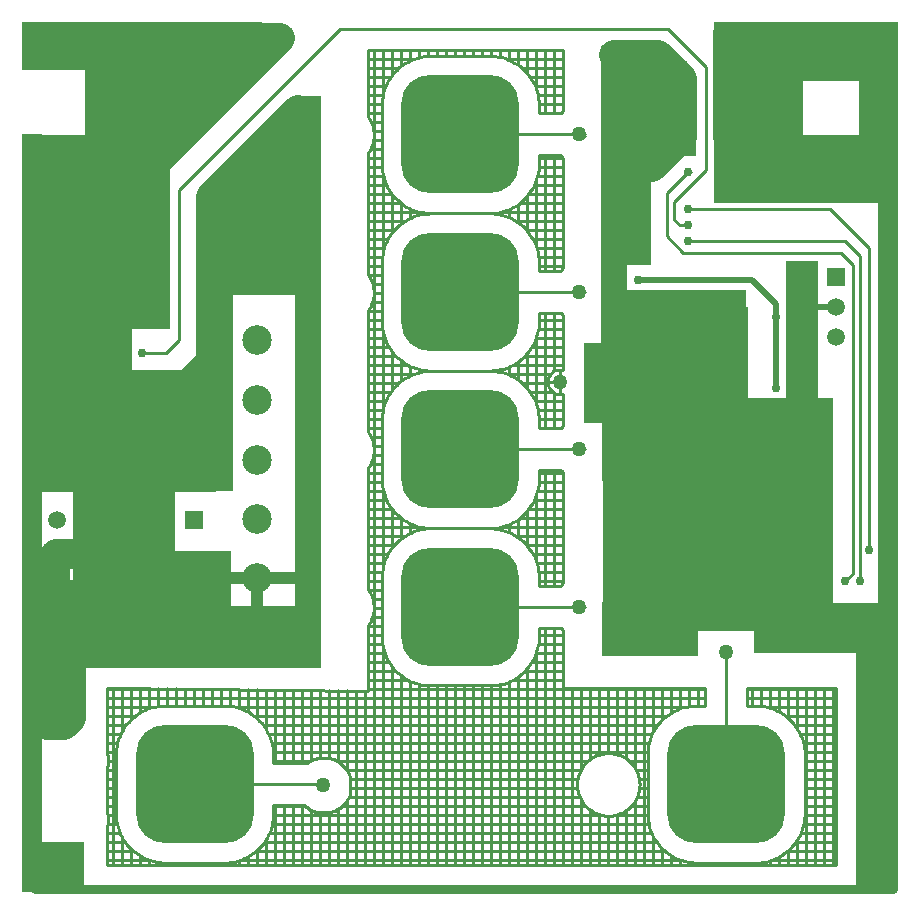
<source format=gbl>
%FSLAX24Y24*%
%MOIN*%
%SFA1B1*%

%IPPOS*%
%AMD36*
4,1,8,0.098400,0.196800,-0.098400,0.196800,-0.196800,0.098400,-0.196800,-0.098400,-0.098400,-0.196800,0.098400,-0.196800,0.196800,-0.098400,0.196800,0.098400,0.098400,0.196800,0.0*
1,1,0.196800,0.098400,0.098400*
1,1,0.196800,-0.098400,0.098400*
1,1,0.196800,-0.098400,-0.098400*
1,1,0.196800,0.098400,-0.098400*
%
%ADD20C,0.059100*%
%ADD21C,0.030000*%
%ADD22C,0.010000*%
%ADD23C,0.020000*%
%ADD25C,0.039400*%
%ADD31R,0.059100X0.059100*%
%ADD32C,0.098400*%
%ADD33R,0.059100X0.059100*%
%ADD34C,0.050000*%
%ADD35C,0.030000*%
G04~CAMADD=36~8~0.0~0.0~3937.0~3937.0~984.0~0.0~15~0.0~0.0~0.0~0.0~0~0.0~0.0~0.0~0.0~0~0.0~0.0~0.0~0.0~3937.0~3937.0*
%ADD36D36*%
%ADD37C,0.100000*%
%ADD38R,0.320000X0.180000*%
%ADD39R,0.165000X0.165000*%
%ADD40R,0.245000X0.215000*%
%ADD41R,0.350000X0.190000*%
%ADD42R,0.430000X0.650000*%
%ADD43R,0.070000X2.525000*%
%ADD44R,0.340000X0.425000*%
%ADD45R,0.500000X0.410000*%
%ADD46R,0.925000X0.210000*%
%ADD47R,0.090000X1.910000*%
%ADD48R,0.190000X0.410000*%
%ADD49R,0.110000X0.695000*%
%ADD50R,0.435000X0.085000*%
%ADD51R,0.800000X0.160000*%
%ADD52R,0.065000X0.100000*%
%ADD53R,0.150000X0.250000*%
%ADD54R,0.130000X0.340000*%
%ADD55R,0.150000X0.400000*%
%ADD56R,0.085000X0.900000*%
%ADD57R,0.770000X0.545000*%
%ADD58R,0.360000X0.360000*%
%ADD59R,0.139700X0.956100*%
%ADD60R,0.615000X0.225000*%
%ADD61R,0.049900X0.153500*%
%ADD62R,0.455000X0.380000*%
%ADD63R,0.450000X0.140000*%
%ADD64R,0.110000X0.585000*%
%ADD65R,0.260700X0.165400*%
%ADD66R,0.145000X0.115000*%
%ADD67R,0.065000X2.845000*%
%ADD68R,0.080000X0.095000*%
%ADD69R,0.455000X0.170000*%
%ADD70R,0.485000X0.580000*%
%ADD71R,0.125000X0.270000*%
%ADD72R,0.300000X0.355000*%
%ADD73R,0.615000X0.080000*%
%ADD74R,0.300000X0.370000*%
%ADD75R,0.345000X0.155000*%
%ADD76R,0.100000X0.280000*%
%ADD77R,0.365000X0.290000*%
%ADD78R,0.190000X0.145000*%
%LNde-250624-1*%
%LPD*%
G54D20*
X37300Y28850D03*
Y29850D03*
X11307Y22750D03*
G54D21*
X10600Y10450D02*
X39200D01*
X16600Y33550D02*
X18500D01*
G54D22*
X28200Y36365D02*
D01*
X28164Y36336*
X28130Y36306*
X28125Y36300*
Y34881D02*
D01*
X28158Y34850*
X28193Y34821*
X28200Y34816*
Y31124D02*
D01*
X28164Y31095*
X28130Y31065*
X28125Y31060*
Y29640D02*
D01*
X28158Y29609*
X28193Y29580*
X28200Y29576*
X27975Y27750D02*
D01*
X27964Y27749*
X27954Y27748*
X27943Y27746*
X27933Y27744*
X27923Y27740*
X27913Y27737*
X27904Y27732*
X27895Y27727*
X27886Y27721*
X27878Y27714*
X27870Y27707*
X27869Y27706*
X28125Y24390D02*
D01*
X28158Y24359*
X28193Y24330*
X28200Y24326*
Y25874D02*
D01*
X28164Y25845*
X28130Y25815*
X28125Y25810*
X25748Y32972D02*
D01*
X25861Y32975*
X25975Y32987*
X26087Y33007*
X26198Y33035*
X26306Y33070*
X26412Y33113*
X26515Y33163*
X26613Y33220*
X26708Y33284*
X26798Y33354*
X26883Y33430*
X26962Y33512*
X27035Y33600*
X27102Y33692*
X27163Y33789*
X27216Y33889*
X27263Y33993*
X27302Y34101*
X27333Y34210*
X27357Y34322*
X27373Y34435*
X27381Y34548*
X27382Y34606*
Y36575D02*
D01*
X27378Y36688*
X27366Y36802*
X27346Y36914*
X27318Y37025*
X27283Y37133*
X27240Y37239*
X27190Y37342*
X27133Y37440*
X27069Y37535*
X26999Y37625*
X26923Y37710*
X26841Y37789*
X26753Y37862*
X26661Y37929*
X26565Y37990*
X26464Y38043*
X26360Y38090*
X26252Y38129*
X26143Y38160*
X26031Y38184*
X25918Y38200*
X25805Y38208*
X25748Y38209*
X27382Y31325D02*
D01*
X27378Y31438*
X27366Y31552*
X27346Y31664*
X27318Y31775*
X27283Y31883*
X27240Y31989*
X27190Y32092*
X27133Y32190*
X27069Y32285*
X26999Y32375*
X26923Y32460*
X26841Y32539*
X26753Y32612*
X26661Y32679*
X26565Y32740*
X26464Y32793*
X26360Y32840*
X26252Y32879*
X26143Y32910*
X26031Y32934*
X25918Y32950*
X25805Y32958*
X25748Y32960*
X27744Y27581D02*
D01*
X27736Y27573*
X27730Y27565*
X27724Y27556*
X27718Y27547*
X27714Y27538*
X27710Y27528*
X27706Y27518*
X27703Y27508*
X27701Y27498*
X27700Y27488*
X27700Y27477*
X27700Y27475*
Y27225D02*
D01*
X27700Y27214*
X27701Y27204*
X27703Y27193*
X27705Y27183*
X27709Y27173*
X27712Y27163*
X27717Y27154*
X27722Y27145*
X27728Y27136*
X27735Y27128*
X27742Y27120*
X27744Y27119*
X27869Y26994D02*
D01*
X27876Y26986*
X27884Y26980*
X27893Y26974*
X27902Y26968*
X27911Y26964*
X27921Y26960*
X27931Y26956*
X27941Y26953*
X27951Y26951*
X27961Y26950*
X27972Y26950*
X27975Y26950*
X25748Y27723D02*
D01*
X25861Y27726*
X25975Y27738*
X26087Y27758*
X26198Y27786*
X26306Y27821*
X26412Y27864*
X26515Y27914*
X26613Y27971*
X26708Y28035*
X26798Y28105*
X26883Y28181*
X26962Y28263*
X27035Y28351*
X27102Y28443*
X27163Y28540*
X27216Y28640*
X27263Y28744*
X27302Y28852*
X27333Y28961*
X27357Y29073*
X27373Y29186*
X27381Y29299*
X27382Y29357*
X25748Y22473D02*
D01*
X25861Y22476*
X25975Y22488*
X26087Y22508*
X26198Y22536*
X26306Y22571*
X26412Y22614*
X26515Y22664*
X26613Y22721*
X26708Y22785*
X26798Y22855*
X26883Y22931*
X26962Y23013*
X27035Y23101*
X27102Y23193*
X27163Y23290*
X27216Y23390*
X27263Y23494*
X27302Y23602*
X27333Y23711*
X27357Y23823*
X27373Y23936*
X27381Y24049*
X27382Y24108*
Y26076D02*
D01*
X27378Y26189*
X27366Y26303*
X27346Y26415*
X27318Y26526*
X27283Y26634*
X27240Y26740*
X27190Y26843*
X27133Y26941*
X27069Y27036*
X26999Y27126*
X26923Y27211*
X26841Y27290*
X26753Y27363*
X26661Y27430*
X26565Y27491*
X26464Y27544*
X26360Y27591*
X26252Y27630*
X26143Y27661*
X26031Y27685*
X25918Y27701*
X25805Y27709*
X25748Y27710*
X36241Y14921D02*
D01*
X36237Y15034*
X36225Y15148*
X36205Y15260*
X36177Y15371*
X36142Y15479*
X36099Y15585*
X36049Y15688*
X35992Y15786*
X35928Y15881*
X35858Y15971*
X35782Y16056*
X35700Y16135*
X35612Y16208*
X35520Y16275*
X35424Y16336*
X35323Y16389*
X35219Y16436*
X35111Y16475*
X35002Y16506*
X34890Y16530*
X34777Y16546*
X34664Y16554*
X34606Y16556*
X32638D02*
D01*
X32524Y16552*
X32410Y16540*
X32298Y16520*
X32187Y16492*
X32079Y16457*
X31973Y16414*
X31870Y16364*
X31772Y16307*
X31677Y16243*
X31587Y16173*
X31502Y16097*
X31423Y16015*
X31350Y15927*
X31283Y15835*
X31222Y15738*
X31169Y15638*
X31122Y15534*
X31083Y15426*
X31052Y15317*
X31028Y15205*
X31012Y15092*
X31004Y14979*
X31004Y14921*
X34606Y11319D02*
D01*
X34719Y11322*
X34833Y11334*
X34945Y11354*
X35056Y11382*
X35164Y11417*
X35270Y11460*
X35373Y11510*
X35471Y11567*
X35566Y11631*
X35656Y11701*
X35741Y11777*
X35820Y11859*
X35893Y11947*
X35960Y12039*
X36021Y12136*
X36074Y12236*
X36121Y12340*
X36160Y12448*
X36191Y12557*
X36215Y12669*
X36231Y12782*
X36239Y12895*
X36241Y12953*
X31004D02*
D01*
X31007Y12839*
X31019Y12725*
X31039Y12613*
X31067Y12502*
X31102Y12394*
X31145Y12288*
X31195Y12185*
X31252Y12087*
X31316Y11992*
X31386Y11902*
X31462Y11817*
X31544Y11738*
X31632Y11665*
X31724Y11598*
X31821Y11537*
X31921Y11484*
X32025Y11437*
X32133Y11398*
X32242Y11367*
X32354Y11343*
X32467Y11327*
X32580Y11319*
X32638Y11319*
X28200Y20624D02*
D01*
X28164Y20595*
X28130Y20565*
X28125Y20560*
Y19140D02*
D01*
X28158Y19109*
X28193Y19080*
X28200Y19076*
X25748Y17224D02*
D01*
X25861Y17227*
X25975Y17239*
X26087Y17259*
X26198Y17287*
X26306Y17322*
X26412Y17365*
X26515Y17415*
X26613Y17472*
X26708Y17536*
X26798Y17606*
X26883Y17682*
X26962Y17764*
X27035Y17852*
X27102Y17944*
X27163Y18041*
X27216Y18141*
X27263Y18245*
X27302Y18353*
X27333Y18462*
X27357Y18574*
X27373Y18687*
X27381Y18800*
X27382Y18858*
Y20827D02*
D01*
X27378Y20940*
X27366Y21054*
X27346Y21166*
X27318Y21277*
X27283Y21385*
X27240Y21491*
X27190Y21594*
X27133Y21692*
X27069Y21787*
X26999Y21877*
X26923Y21962*
X26841Y22041*
X26753Y22114*
X26661Y22181*
X26565Y22242*
X26464Y22295*
X26360Y22342*
X26252Y22381*
X26143Y22412*
X26031Y22436*
X25918Y22452*
X25805Y22460*
X25748Y22461*
X30739Y13927D02*
D01*
X30736Y13999*
X30728Y14072*
X30716Y14144*
X30698Y14214*
X30676Y14284*
X30648Y14351*
X30616Y14417*
X30580Y14480*
X30539Y14540*
X30494Y14598*
X30445Y14652*
X30393Y14702*
X30337Y14749*
X30278Y14792*
X30217Y14831*
X30152Y14865*
X30086Y14894*
X30017Y14919*
X29947Y14939*
X29876Y14955*
X29804Y14965*
X29731Y14970*
X29658*
X29585Y14965*
X29513Y14955*
X29442Y14939*
X29372Y14919*
X29303Y14894*
X29237Y14865*
X29173Y14831*
X29111Y14792*
X29052Y14749*
X28996Y14702*
X28944Y14652*
X28895Y14598*
X28850Y14540*
X28809Y14480*
X28773Y14417*
X28741Y14351*
X28713Y14284*
X28691Y14214*
X28673Y14144*
X28661Y14072*
X28653Y13999*
X28651Y13927*
X28653Y13854*
X28661Y13781*
X28673Y13709*
X28691Y13639*
X28713Y13569*
X28741Y13502*
X28773Y13436*
X28809Y13373*
X28850Y13313*
X28895Y13255*
X28944Y13201*
X28996Y13151*
X29052Y13104*
X29111Y13061*
X29173Y13022*
X29237Y12988*
X29303Y12959*
X29372Y12934*
X29442Y12914*
X29513Y12898*
X29585Y12888*
X29658Y12883*
X29731*
X29804Y12888*
X29876Y12898*
X29947Y12914*
X30017Y12934*
X30086Y12959*
X30152Y12988*
X30217Y13022*
X30278Y13061*
X30337Y13104*
X30393Y13151*
X30445Y13201*
X30494Y13255*
X30539Y13313*
X30580Y13373*
X30616Y13436*
X30648Y13502*
X30676Y13569*
X30698Y13639*
X30716Y13709*
X30728Y13781*
X30736Y13854*
X30739Y13927*
X23780Y38209D02*
D01*
X23666Y38205*
X23552Y38193*
X23440Y38173*
X23329Y38145*
X23221Y38110*
X23115Y38067*
X23012Y38017*
X22914Y37960*
X22819Y37896*
X22729Y37826*
X22644Y37750*
X22565Y37668*
X22492Y37580*
X22425Y37488*
X22364Y37392*
X22311Y37291*
X22264Y37187*
X22225Y37079*
X22194Y36970*
X22170Y36858*
X22154Y36745*
X22146Y36632*
X22145Y36575*
Y34606D02*
D01*
X22148Y34492*
X22160Y34378*
X22180Y34266*
X22208Y34155*
X22243Y34047*
X22286Y33941*
X22336Y33838*
X22393Y33740*
X22457Y33645*
X22527Y33555*
X22603Y33470*
X22685Y33391*
X22773Y33318*
X22865Y33251*
X22962Y33190*
X23062Y33137*
X23166Y33090*
X23274Y33051*
X23383Y33020*
X23495Y32996*
X23608Y32980*
X23721Y32972*
X23780Y32972*
X22145Y29357D02*
D01*
X22148Y29243*
X22160Y29129*
X22180Y29017*
X22208Y28906*
X22243Y28798*
X22286Y28692*
X22336Y28589*
X22393Y28491*
X22457Y28396*
X22527Y28306*
X22603Y28221*
X22685Y28142*
X22773Y28069*
X22865Y28002*
X22962Y27941*
X23062Y27888*
X23166Y27841*
X23274Y27802*
X23383Y27771*
X23495Y27747*
X23608Y27731*
X23721Y27723*
X23780Y27723*
Y32960D02*
D01*
X23666Y32956*
X23552Y32944*
X23440Y32924*
X23329Y32896*
X23221Y32861*
X23115Y32818*
X23012Y32768*
X22914Y32711*
X22819Y32647*
X22729Y32577*
X22644Y32501*
X22565Y32419*
X22492Y32331*
X22425Y32239*
X22364Y32142*
X22311Y32042*
X22264Y31938*
X22225Y31830*
X22194Y31721*
X22170Y31609*
X22154Y31496*
X22146Y31383*
X22145Y31325*
X23780Y27710D02*
D01*
X23666Y27706*
X23552Y27694*
X23440Y27674*
X23329Y27646*
X23221Y27611*
X23115Y27568*
X23012Y27518*
X22914Y27461*
X22819Y27397*
X22729Y27327*
X22644Y27251*
X22565Y27169*
X22492Y27081*
X22425Y26989*
X22364Y26892*
X22311Y26792*
X22264Y26688*
X22225Y26580*
X22194Y26471*
X22170Y26359*
X22154Y26246*
X22146Y26133*
X22145Y26076*
Y24108D02*
D01*
X22148Y23994*
X22160Y23880*
X22180Y23768*
X22208Y23657*
X22243Y23549*
X22286Y23443*
X22336Y23340*
X22393Y23242*
X22457Y23147*
X22527Y23057*
X22603Y22972*
X22685Y22893*
X22773Y22820*
X22865Y22753*
X22962Y22692*
X23062Y22639*
X23166Y22592*
X23274Y22553*
X23383Y22522*
X23495Y22498*
X23608Y22482*
X23721Y22474*
X23780Y22473*
X22145Y18858D02*
D01*
X22148Y18744*
X22160Y18630*
X22180Y18518*
X22208Y18407*
X22243Y18299*
X22286Y18193*
X22336Y18090*
X22393Y17992*
X22457Y17897*
X22527Y17807*
X22603Y17722*
X22685Y17643*
X22773Y17570*
X22865Y17503*
X22962Y17442*
X23062Y17389*
X23166Y17342*
X23274Y17303*
X23383Y17272*
X23495Y17248*
X23608Y17232*
X23721Y17224*
X23780Y17224*
Y22461D02*
D01*
X23666Y22457*
X23552Y22445*
X23440Y22425*
X23329Y22397*
X23221Y22362*
X23115Y22319*
X23012Y22269*
X22914Y22212*
X22819Y22148*
X22729Y22078*
X22644Y22002*
X22565Y21920*
X22492Y21832*
X22425Y21740*
X22364Y21643*
X22311Y21543*
X22264Y21439*
X22225Y21331*
X22194Y21222*
X22170Y21110*
X22154Y20997*
X22146Y20884*
X22145Y20827*
X21880Y35581D02*
D01*
X21877Y35653*
X21869Y35726*
X21857Y35798*
X21839Y35868*
X21817Y35938*
X21789Y36005*
X21757Y36071*
X21721Y36134*
X21700Y36167*
Y34994D02*
D01*
X21738Y35055*
X21773Y35119*
X21803Y35186*
X21828Y35254*
X21848Y35324*
X21864Y35395*
X21874Y35467*
X21879Y35540*
X21880Y35581*
Y30331D02*
D01*
X21877Y30403*
X21869Y30476*
X21857Y30548*
X21839Y30618*
X21817Y30688*
X21789Y30755*
X21757Y30821*
X21721Y30884*
X21700Y30918*
Y29745D02*
D01*
X21738Y29806*
X21773Y29870*
X21803Y29937*
X21828Y30005*
X21848Y30075*
X21864Y30146*
X21874Y30218*
X21879Y30291*
X21880Y30331*
X21700Y24495D02*
D01*
X21738Y24556*
X21773Y24620*
X21803Y24687*
X21828Y24755*
X21848Y24825*
X21864Y24896*
X21874Y24968*
X21879Y25041*
X21880Y25082*
D01*
X21877Y25154*
X21869Y25227*
X21857Y25299*
X21839Y25369*
X21817Y25439*
X21789Y25506*
X21757Y25572*
X21721Y25635*
X21700Y25668*
Y19246D02*
D01*
X21738Y19307*
X21773Y19371*
X21803Y19438*
X21828Y19506*
X21848Y19576*
X21864Y19647*
X21874Y19719*
X21879Y19792*
X21880Y19833*
D01*
X21877Y19905*
X21869Y19978*
X21857Y20050*
X21839Y20120*
X21817Y20190*
X21789Y20257*
X21757Y20323*
X21721Y20386*
X21700Y20419*
X20785Y14610D02*
D01*
X20751Y14640*
X20716Y14669*
X20679Y14695*
X20640Y14718*
X20599Y14739*
X20558Y14757*
X20515Y14772*
X20471Y14783*
X20426Y14792*
X20381Y14798*
X20336Y14800*
X20325Y14800*
X20075D02*
D01*
X20029Y14798*
X19984Y14793*
X19939Y14785*
X19895Y14774*
X19852Y14760*
X19810Y14743*
X19769Y14723*
X19730Y14701*
X19692Y14675*
X19657Y14647*
X19645Y14637*
X21100Y14025D02*
D01*
X21098Y14070*
X21093Y14115*
X21085Y14160*
X21074Y14204*
X21060Y14247*
X21043Y14289*
X21023Y14330*
X21001Y14369*
X20975Y14407*
X20947Y14442*
X20917Y14476*
X20910Y14485*
Y13315D02*
D01*
X20940Y13348*
X20969Y13383*
X20995Y13420*
X21018Y13459*
X21039Y13500*
X21057Y13541*
X21072Y13584*
X21083Y13628*
X21092Y13673*
X21098Y13718*
X21100Y13763*
X21100Y13775*
X20325Y13000D02*
D01*
X20370Y13001*
X20415Y13006*
X20460Y13014*
X20504Y13025*
X20547Y13039*
X20589Y13056*
X20630Y13076*
X20669Y13098*
X20707Y13124*
X20742Y13152*
X20776Y13182*
X20785Y13190*
X19615D02*
D01*
X19648Y13159*
X19683Y13130*
X19720Y13104*
X19759Y13081*
X19800Y13060*
X19841Y13042*
X19884Y13027*
X19928Y13016*
X19973Y13007*
X20018Y13001*
X20063Y12999*
X20075Y13000*
X18524Y14921D02*
D01*
X18520Y15034*
X18508Y15148*
X18488Y15260*
X18460Y15371*
X18425Y15479*
X18382Y15585*
X18332Y15688*
X18275Y15786*
X18211Y15881*
X18141Y15971*
X18065Y16056*
X17983Y16135*
X17895Y16208*
X17803Y16275*
X17707Y16336*
X17606Y16389*
X17502Y16436*
X17394Y16475*
X17285Y16506*
X17173Y16530*
X17060Y16546*
X16947Y16554*
X16890Y16556*
X14921D02*
D01*
X14807Y16552*
X14693Y16540*
X14581Y16520*
X14470Y16492*
X14362Y16457*
X14256Y16414*
X14153Y16364*
X14055Y16307*
X13960Y16243*
X13870Y16173*
X13785Y16097*
X13706Y16015*
X13633Y15927*
X13566Y15835*
X13505Y15738*
X13452Y15638*
X13405Y15534*
X13366Y15426*
X13335Y15317*
X13311Y15205*
X13295Y15092*
X13287Y14979*
X13287Y14921*
X13022Y14714D02*
D01*
X13019Y14786*
X13011Y14859*
X13000Y14929*
Y14500D02*
D01*
X13012Y14571*
X13019Y14644*
X13022Y14714*
X16890Y11319D02*
D01*
X17003Y11322*
X17117Y11334*
X17229Y11354*
X17340Y11382*
X17448Y11417*
X17554Y11460*
X17657Y11510*
X17755Y11567*
X17850Y11631*
X17940Y11701*
X18025Y11777*
X18104Y11859*
X18177Y11947*
X18244Y12039*
X18305Y12136*
X18358Y12236*
X18405Y12340*
X18444Y12448*
X18475Y12557*
X18499Y12669*
X18515Y12782*
X18523Y12895*
X18524Y12953*
X13022Y12746D02*
D01*
X13019Y12818*
X13011Y12891*
X13000Y12960*
Y12532D02*
D01*
X13012Y12603*
X13019Y12676*
X13022Y12746*
X13287Y12953D02*
D01*
X13290Y12839*
X13302Y12725*
X13322Y12613*
X13350Y12502*
X13385Y12394*
X13428Y12288*
X13478Y12185*
X13535Y12087*
X13599Y11992*
X13669Y11902*
X13745Y11817*
X13827Y11738*
X13915Y11665*
X14007Y11598*
X14104Y11537*
X14204Y11484*
X14308Y11437*
X14416Y11398*
X14525Y11367*
X14637Y11343*
X14750Y11327*
X14863Y11319*
X14921Y11319*
X25182Y30341D02*
X28901D01*
X25331Y25092D02*
X28901D01*
X25381Y19843D02*
X28902D01*
X28200Y36365D02*
Y38400D01*
X27382Y36600D02*
X28200D01*
X27382Y34800D02*
X28200D01*
X27382Y36291D02*
X28115D01*
X27382Y36300D02*
X28125D01*
X27382Y34891D02*
X28115D01*
X28200Y31124D02*
Y34816D01*
X27382Y31200D02*
X28200D01*
Y27750D02*
Y29576D01*
X27382Y29641D02*
X28124D01*
X27382Y31041D02*
X28106D01*
X27382Y29400D02*
X28200D01*
X27379Y34500D02*
X28200D01*
X27350Y36900D02*
X28200D01*
X27331Y34200D02*
X28200D01*
X27222Y33900D02*
X28200D01*
X26830Y37800D02*
X28200D01*
X26335Y38100D02*
X28200D01*
X27258Y37200D02*
X28200D01*
X27095Y37500D02*
X28200D01*
X27187Y32100D02*
X28200D01*
X26979Y32400D02*
X28200D01*
X27373Y31500D02*
X28200D01*
X27312Y31800D02*
X28200D01*
X27036Y33600D02*
X28200D01*
X26730Y33300D02*
X28200D01*
X26632Y32700D02*
X28200D01*
X26049Y33000D02*
X28200D01*
X27975Y26950D02*
X28200D01*
X27975Y27750D02*
X28200D01*
Y25874D02*
Y26950D01*
X27382Y26100D02*
X28200D01*
X28100Y27350D02*
Y27700D01*
Y27000D02*
Y27350D01*
X27750D02*
X28100D01*
X27382Y24300D02*
X28200D01*
X27373Y21000D02*
X28200D01*
X27382Y25792D02*
X28107D01*
X27382Y25800D02*
X28115D01*
X27382Y24392D02*
X28123D01*
X27379Y24000D02*
X28200D01*
X27259Y26700D02*
X28200D01*
X26488Y27900D02*
X28200D01*
X27350Y26400D02*
X28200D01*
X27331Y23700D02*
X28200D01*
X27362Y29100D02*
X28200D01*
X27284Y28800D02*
X28200D01*
X27140Y28500D02*
X28200D01*
X26902Y28200D02*
X28200D01*
X26980Y21900D02*
X28200D01*
X26634Y22200D02*
X28200D01*
X27312Y21300D02*
X28200D01*
X27188Y21600D02*
X28200D01*
X27221Y23400D02*
X28200D01*
X27035Y23100D02*
X28200D01*
X26728Y22800D02*
X28200D01*
X26042Y22500D02*
X28200D01*
X27900Y36291D02*
Y38400D01*
X27600Y36291D02*
Y38400D01*
X27382Y34606D02*
Y34891D01*
Y36291D02*
Y36575D01*
X26700Y37903D02*
Y38400D01*
X26400Y38073D02*
Y38400D01*
X27300Y37087D02*
Y38400D01*
X27000Y37625D02*
Y38400D01*
X27900Y31041D02*
Y34891D01*
X27600Y31041D02*
Y34891D01*
Y25792D02*
Y29641D01*
X27382Y31041D02*
Y31325D01*
X27300Y31837D02*
Y34094D01*
X27000Y32376D02*
Y33556D01*
X26700Y32654D02*
Y33278D01*
X26400Y32824D02*
Y33108D01*
X25800Y38208D02*
Y38400D01*
X25500Y38209D02*
Y38400D01*
X25200Y38209D02*
Y38400D01*
X23780Y38209D02*
X25748D01*
X24300D02*
Y38400D01*
X24000Y38209D02*
Y38400D01*
X24900Y38209D02*
Y38400D01*
X24600Y38209D02*
Y38400D01*
X26100Y32921D02*
Y33010D01*
Y38171D02*
Y38400D01*
X23700Y38207D02*
Y38400D01*
X23780Y32960D02*
X25748D01*
X23780Y32972D02*
X25748D01*
X27900Y27730D02*
Y29641D01*
X27744Y27581D02*
X27869Y27706D01*
X27096Y27000D02*
X27863D01*
X27382Y29357D02*
Y29641D01*
X27000Y27127D02*
Y28307D01*
X27700Y27225D02*
Y27475D01*
X27744Y27119D02*
X27869Y26994D01*
X27900Y25792D02*
Y26970D01*
X27382Y24108D02*
Y24392D01*
Y25792D02*
Y26076D01*
X27300Y26588D02*
Y28845D01*
Y21339D02*
Y23596D01*
X27000Y21877D02*
Y23057D01*
X26700Y27404D02*
Y28029D01*
X26831Y27300D02*
X27700D01*
X26338Y27600D02*
X27763D01*
X26400Y27575D02*
Y27858D01*
X26100Y27672D02*
Y27761D01*
X23780Y27710D02*
X25748D01*
X23780Y27723D02*
X25748D01*
X26700Y22155D02*
Y22779D01*
X26400Y22325D02*
Y22609D01*
X26100Y22423D02*
Y22512D01*
X23780Y22473D02*
X25748D01*
X23780Y22461D02*
X25748D01*
X35624Y16200D02*
X37300D01*
X35029Y16500D02*
X37300D01*
X36093Y15600D02*
X37300D01*
X35915Y15900D02*
X37300D01*
X35400Y16350D02*
Y17150D01*
X35100Y16479D02*
Y17150D01*
X36000Y15775D02*
Y17150D01*
X35700Y16136D02*
Y17150D01*
X37300Y11250D02*
Y17150D01*
X37200Y11250D02*
Y17150D01*
X36239Y15000D02*
X37300D01*
X36196Y15300D02*
X37300D01*
X36900Y11250D02*
Y17150D01*
X36600Y11250D02*
Y17150D01*
X36300Y11250D02*
Y17150D01*
X36241Y12953D02*
Y14921D01*
X34322Y17100D02*
X37300D01*
X34322Y17150D02*
X37300D01*
X34322Y16556D02*
X34606D01*
X34322Y16800D02*
X37300D01*
X32922Y16556D02*
Y17150D01*
X28200D02*
X32922D01*
X34500Y16556D02*
Y17150D01*
X34322Y16556D02*
Y17150D01*
X34800Y16544D02*
Y17150D01*
X32700Y16556D02*
Y17150D01*
X32638Y16556D02*
X32922D01*
X32100Y16464D02*
Y17150D01*
X31800Y16324D02*
Y17150D01*
X32400Y16538D02*
Y17150D01*
X36241Y13200D02*
X37300D01*
X36241Y13500D02*
X37300D01*
X36240Y12900D02*
X37300D01*
X36202Y12600D02*
X37300D01*
X36241Y14400D02*
X37300D01*
X36241Y14700D02*
X37300D01*
X36241Y13800D02*
X37300D01*
X36241Y14100D02*
X37300D01*
X36105Y12300D02*
X37300D01*
X35934Y12000D02*
X37300D01*
X35656Y11700D02*
X37300D01*
X35116Y11400D02*
X37300D01*
X36000Y11250D02*
Y12099D01*
X35700Y11250D02*
Y11738D01*
X35400Y11250D02*
Y11524D01*
X35100Y11250D02*
Y11395D01*
X34800Y11250D02*
Y11330D01*
X34500Y11250D02*
Y11319D01*
X32638D02*
X34606D01*
X33600Y11250D02*
Y11319D01*
X34200Y11250D02*
Y11319D01*
X33900Y11250D02*
Y11319D01*
X32700Y11250D02*
Y11319D01*
X32400Y11250D02*
Y11336D01*
X33300Y11250D02*
Y11319D01*
X33000Y11250D02*
Y11319D01*
X31800Y11250D02*
Y11550D01*
X31500Y11250D02*
Y11780D01*
X32100Y11250D02*
Y11410D01*
X28200Y20624D02*
Y24326D01*
X27382Y20700D02*
X28200D01*
X27382Y19143D02*
X28123D01*
X27900Y20543D02*
Y24392D01*
X27600Y20543D02*
Y24392D01*
X27382Y20543D02*
X28108D01*
X27382D02*
Y20827D01*
X28200Y17150D02*
Y19076D01*
X27382Y18900D02*
X28200D01*
X27362Y18600D02*
X28200D01*
X27900Y11250D02*
Y19143D01*
X27600Y11250D02*
Y19143D01*
X27382Y18858D02*
Y19143D01*
X27300Y11250D02*
Y18346D01*
X27284Y18300D02*
X28200D01*
X27139Y18000D02*
X28200D01*
X26901Y17700D02*
X28200D01*
X26486Y17400D02*
X28200D01*
X27000Y11250D02*
Y17808D01*
X23780Y17224D02*
X25748D01*
X26700Y11250D02*
Y17530D01*
X26400Y11250D02*
Y17360D01*
X26100Y11250D02*
Y17262D01*
X25800Y11250D02*
Y17225D01*
X24300Y11250D02*
Y17224D01*
X24000Y11250D02*
Y17224D01*
X25200Y11250D02*
Y17224D01*
X24600Y11250D02*
Y17224D01*
X31500Y16094D02*
Y17150D01*
X31200Y15698D02*
Y17150D01*
X30724Y14100D02*
X31004D01*
X30396Y14700D02*
X31004D01*
X30300Y14777D02*
Y17150D01*
X30000Y14925D02*
Y17150D01*
X30625Y14400D02*
X31004D01*
X30600Y14447D02*
Y17150D01*
X30731Y13800D02*
X31004D01*
X30647Y13500D02*
X31004D01*
X31200Y11250D02*
Y12176D01*
X30444Y13200D02*
X31004D01*
Y12953D02*
Y14921D01*
X30900Y11250D02*
Y17150D01*
X30600Y11250D02*
Y13407D01*
X30300Y11250D02*
Y13077D01*
X29700Y14971D02*
Y17150D01*
X29400Y14928D02*
Y17150D01*
X29881Y12900D02*
X31004D01*
X25500Y11250D02*
Y17224D01*
X24900Y11250D02*
Y17224D01*
X29100Y14784D02*
Y17150D01*
X28800Y14464D02*
Y17150D01*
X30000Y11250D02*
Y12929D01*
X29100Y11250D02*
Y13070D01*
X29700Y11250D02*
Y12883D01*
X29400Y11250D02*
Y12926D01*
X28500Y11250D02*
Y17150D01*
X28200Y11250D02*
Y17150D01*
X28800Y11250D02*
Y13390D01*
X23400Y38164D02*
Y38400D01*
Y32915D02*
Y33017D01*
X22500Y37591D02*
Y38400D01*
X22200Y36994D02*
Y38400D01*
X23100Y38061D02*
Y38400D01*
X22800Y37883D02*
Y38400D01*
X23100Y32812D02*
Y33120D01*
X22800Y32634D02*
Y33298D01*
X22500Y32342D02*
Y33590D01*
X22200Y31745D02*
Y34187D01*
X22500Y27093D02*
Y28340D01*
X22200Y26495D02*
Y28938D01*
X21700Y38400D02*
X28200D01*
X21700D02*
X28200D01*
X21700Y37800D02*
X22698D01*
X21700Y38100D02*
X23193D01*
X21700Y37200D02*
X22270D01*
X21700Y37500D02*
X22432D01*
X21700Y33600D02*
X22492D01*
X21700Y33900D02*
X22306D01*
X21700Y33000D02*
X23479D01*
X21700Y33300D02*
X22798D01*
X21700Y32400D02*
X22548D01*
X21700Y32700D02*
X22896D01*
X21700Y31800D02*
X22216D01*
X21700Y32100D02*
X22340D01*
X21700Y28500D02*
X22388D01*
X21700Y28800D02*
X22243D01*
X23400Y27666D02*
Y27767D01*
X23100Y27562D02*
Y27871D01*
X21700Y27600D02*
X23189D01*
X22800Y27384D02*
Y28049D01*
X21700Y28200D02*
X22625D01*
X21700Y23400D02*
X22306D01*
X21700Y27900D02*
X23039D01*
X23400Y22416D02*
Y22518D01*
X22500Y21843D02*
Y23091D01*
X22200Y21246D02*
Y23688D01*
X23100Y22313D02*
Y22621D01*
X22800Y22135D02*
Y22799D01*
X21700Y22800D02*
X22799D01*
X21700Y27300D02*
X22697D01*
X21700Y22200D02*
X22894D01*
X21700Y22500D02*
X23486D01*
X21700Y26700D02*
X22269D01*
X21700Y27000D02*
X22431D01*
X21700Y21900D02*
X22547D01*
X21700Y23100D02*
X22493D01*
X21700Y17400D02*
X23042D01*
X21700Y17700D02*
X22627D01*
X21700Y17100D02*
X32922D01*
X13000Y16800D02*
X32922D01*
X21700Y21300D02*
X22215D01*
X21700Y21600D02*
X22340D01*
X21700Y18000D02*
X22389D01*
X21700Y18300D02*
X22244D01*
X21792Y36000D02*
X22145D01*
X21700Y36600D02*
X22145D01*
X21874Y35700D02*
X22145D01*
X21763Y35100D02*
X22145D01*
X21700Y36167D02*
Y38400D01*
X21865Y35400D02*
X22145D01*
X21700Y34800D02*
X22145D01*
Y34606D02*
Y36575D01*
X21712Y30900D02*
X22145D01*
X21880Y30300D02*
X22145D01*
X21845Y30600D02*
X22145D01*
Y29357D02*
Y31325D01*
X21700Y30918D02*
Y34994D01*
X22145Y24108D02*
Y26076D01*
X21826Y30000D02*
X22145D01*
X21700Y34500D02*
X22149D01*
X21700Y36900D02*
X22178D01*
X21700Y31500D02*
X22155D01*
X21700Y34200D02*
X22197D01*
X21700Y36300D02*
X22145D01*
X21700Y31200D02*
X22145D01*
X21700Y29100D02*
X22166D01*
X21700Y29400D02*
X22145D01*
X21700Y26100D02*
X22145D01*
X21700Y26400D02*
X22178D01*
X21700Y25668D02*
Y29745D01*
Y25800D02*
X22145D01*
X21700Y29700D02*
X22145D01*
X21874Y25200D02*
X22145D01*
X21793Y25500D02*
X22145D01*
X21700Y23700D02*
X22197D01*
X21700Y24000D02*
X22149D01*
X21865Y24900D02*
X22145D01*
X21763Y24600D02*
X22145D01*
X21700Y20700D02*
X22145D01*
X21700Y21000D02*
X22154D01*
X21846Y20100D02*
X22145D01*
X21713Y20400D02*
X22145D01*
Y18858D02*
Y20827D01*
X21700Y20419D02*
Y24495D01*
X21880Y19800D02*
X22145D01*
X21826Y19500D02*
X22145D01*
X21700Y19200D02*
X22145D01*
X21700Y24300D02*
X22145D01*
X21700Y18600D02*
X22166D01*
X21700Y18900D02*
X22145D01*
X21700Y17800D02*
Y19246D01*
X13000Y17100D02*
X17350D01*
X21700Y17050D02*
Y17800D01*
X13000Y17150D02*
X21700Y17050D01*
X16800Y16556D02*
Y17106D01*
X16200Y16556D02*
Y17113D01*
X15600Y16556D02*
Y17120D01*
X15300Y16556D02*
Y17124D01*
X15900Y16556D02*
Y17117D01*
X23100Y11250D02*
Y17372D01*
X21000Y14371D02*
Y17058D01*
X20785Y14610D02*
X20910Y14485D01*
X20671Y14700D02*
X28994D01*
X20400Y14796D02*
Y17065D01*
X20100Y14800D02*
Y17068D01*
X20700Y14681D02*
Y17061D01*
X22800Y11250D02*
Y17550D01*
X22500Y11250D02*
Y17842D01*
X23700Y11250D02*
Y17226D01*
X23400Y11250D02*
Y17269D01*
X22200Y11250D02*
Y18439D01*
X21900Y11250D02*
Y38400D01*
X21600Y11250D02*
Y17051D01*
X21300Y11250D02*
Y17055D01*
X17907Y16200D02*
X31620D01*
X17312Y16500D02*
X32215D01*
X18376Y15600D02*
X31151D01*
X18199Y15900D02*
X31329D01*
X19800Y14739D02*
Y17072D01*
X18480Y15300D02*
X31048D01*
X20075Y14800D02*
X20325D01*
X18522Y15000D02*
X31005D01*
X19500Y14637D02*
Y17075D01*
X18524Y14637D02*
X19645D01*
X18524Y14700D02*
X19729D01*
X18900Y14637D02*
Y17082D01*
X18600Y14637D02*
Y17086D01*
X19200Y14637D02*
Y17079D01*
X18524Y14637D02*
Y14921D01*
X21096Y14100D02*
X28666D01*
X20981Y14400D02*
X28765D01*
X21039Y13500D02*
X28743D01*
X20794Y13200D02*
X28946D01*
X21100Y13775D02*
Y14025D01*
Y13800D02*
X28659D01*
X21000Y11250D02*
Y13429D01*
X20785Y13190D02*
X20910Y13315D01*
X20700Y11250D02*
Y13119D01*
X20400Y11250D02*
Y13004D01*
X19800Y11250D02*
Y13061D01*
X20100Y11250D02*
Y13000D01*
X20075D02*
X20325D01*
X18523Y12900D02*
X29509D01*
X18485Y12600D02*
X31042D01*
X18388Y12300D02*
X31140D01*
X18218Y12000D02*
X31310D01*
X19569Y13237D02*
X19615Y13190D01*
X18524Y13237D02*
X19569D01*
X18524Y13200D02*
X19606D01*
X19500Y11250D02*
Y13237D01*
X17939Y11700D02*
X31588D01*
X17399Y11400D02*
X32128D01*
X13000Y11250D02*
X37300D01*
X18900D02*
Y13237D01*
X18600Y11250D02*
Y13237D01*
X19200Y11250D02*
Y13237D01*
X17400Y16474D02*
Y17099D01*
X17100Y16542D02*
Y17103D01*
X17700Y16341D02*
Y17096D01*
X14921Y16556D02*
X16890D01*
X14700Y16540D02*
Y17130D01*
X14400Y16470D02*
Y17134D01*
X16500Y16556D02*
Y17110D01*
X15000Y16556D02*
Y17127D01*
X18300Y15747D02*
Y17089D01*
X18000Y16120D02*
Y17093D01*
X13800Y16110D02*
Y17141D01*
X13500Y15728D02*
Y17144D01*
X14100Y16334D02*
Y17137D01*
X13287Y12953D02*
Y14921D01*
X13000Y16200D02*
X13904D01*
X13000Y16500D02*
X14499D01*
X13000Y15600D02*
X13435D01*
X13000Y15900D02*
X13613D01*
X13000Y15300D02*
X13332D01*
X13000Y14929D02*
Y17150D01*
Y15000D02*
X13289D01*
X13022Y14700D02*
X13287D01*
X13000Y14400D02*
X13287D01*
X13000Y13800D02*
X13287D01*
X13000Y14100D02*
X13287D01*
X13200Y11250D02*
Y17148D01*
X13000Y13500D02*
X13287D01*
X13000Y12960D02*
Y14500D01*
X18524Y12953D02*
Y13237D01*
X18300Y11250D02*
Y12127D01*
X18000Y11250D02*
Y11754D01*
X17700Y11250D02*
Y11533D01*
X17400Y11250D02*
Y11400D01*
X17100Y11250D02*
Y11332D01*
X14921Y11319D02*
X16890D01*
X16200Y11250D02*
Y11319D01*
X15900Y11250D02*
Y11319D01*
X16800Y11250D02*
Y11319D01*
X16500Y11250D02*
Y11319D01*
X15000Y11250D02*
Y11319D01*
X14700Y11250D02*
Y11334D01*
X15600Y11250D02*
Y11319D01*
X15300Y11250D02*
Y11319D01*
X13012Y12600D02*
X13326D01*
X13000Y12300D02*
X13423D01*
X13000Y11700D02*
X13872D01*
X13000Y12000D02*
X13593D01*
X13000Y13200D02*
X13287D01*
X13011Y12900D02*
X13288D01*
X14100Y11250D02*
Y11540D01*
X14400Y11250D02*
Y11404D01*
X13000Y11400D02*
X14412D01*
X13500Y11250D02*
Y12146D01*
X13000Y11250D02*
Y12532D01*
X13800Y11250D02*
Y11764D01*
X32950Y34400D02*
Y37850D01*
X31900Y33350D02*
X32950Y34400D01*
X31700Y39100D02*
X32950Y37850D01*
X15400Y28750D02*
Y33750D01*
X14950Y28300D02*
X15400Y28750D01*
X14150Y28300D02*
X14950D01*
X15906Y13937D02*
X20163D01*
X28869Y35591D02*
X28909Y35550D01*
X28901Y30341D02*
X28909Y30350D01*
X28901Y25092D02*
X28909Y25100D01*
X28902Y19843D02*
X28909Y19850D01*
X28902Y19843D02*
X28909D01*
X24964Y35591D02*
X28709D01*
X28869*
X28909*
X28901Y30341D02*
X28909D01*
X28901Y25092D02*
X28909D01*
X20163Y13937D02*
X20200Y13900D01*
X33622Y13937D02*
Y18328D01*
X32350Y32050D02*
X37600D01*
X32200Y31650D02*
X37450D01*
X37850Y31250*
Y20950D02*
Y31250D01*
X37600Y20700D02*
X37850Y20950D01*
X38400Y21750D02*
Y31800D01*
X37100Y33100D02*
X38400Y31800D01*
X32350Y33100D02*
X37100D01*
X32350Y34350D02*
X32450D01*
X38100Y20700D02*
Y31550D01*
X37600Y32050D02*
X38100Y31550D01*
X15400Y33750D02*
X20750Y39100D01*
X31650Y32200D02*
X32200Y31650D01*
X31650Y32200D02*
Y33650D01*
X32350Y34350*
X31900Y32750D02*
Y33350D01*
Y32750D02*
X32075Y32575D01*
X32350*
X20750Y39100D02*
X31700D01*
G54D23*
X30700Y30750D02*
X34500D01*
X35300Y29950*
Y29500D02*
Y29950D01*
Y27150D02*
Y29500D01*
X36050Y29850D02*
X37300D01*
G54D25*
X19584Y20816D02*
X19600Y20800D01*
X18000Y20816D02*
X19584D01*
X18000Y19450D02*
X18050Y19400D01*
X18000Y19450D02*
Y20816D01*
X16934D02*
X18000D01*
G54D31*
X37300Y30850D03*
G54D32*
X18000Y24750D03*
Y26750D03*
Y28750D03*
Y22784D03*
Y20816D03*
G54D33*
X15893Y22750D03*
G54D34*
X28100Y27350D03*
X28709Y35591D03*
Y30350D03*
Y25100D03*
Y19850D03*
X20200Y13900D03*
X33622Y18328D03*
G54D35*
X33650Y28100D03*
X35300Y29500D03*
X30700Y30750D03*
X35300Y27150D03*
X35883Y28417D03*
X32350Y32050D03*
Y34350D03*
X38100Y20700D03*
X37600D03*
X38400Y21750D03*
X32350Y33100D03*
X14150Y28300D03*
X32350Y32575D03*
X30150Y29350D03*
X18500Y33550D03*
X16600D03*
X32550Y21400D03*
Y20700D03*
Y19950D03*
X37400Y35250D03*
X33800Y29500D03*
G54D36*
X15906Y13937D03*
X24764Y35591D03*
Y30341D03*
Y25092D03*
Y19843D03*
X33622Y13937D03*
G54D37*
X18100Y34150D02*
X19050D01*
X16450Y33500D02*
X19350Y36400D01*
X31150Y34500D02*
X32150Y35500D01*
Y37450*
X31350Y38250D02*
X32150Y37450D01*
X29900Y38250D02*
X31350D01*
X18100Y34150D02*
X19350Y35400D01*
X19050Y34150D02*
X19450Y34550D01*
X19350Y35400D02*
Y36400D01*
X16450Y28000D02*
Y33500D01*
X15500Y27050D02*
X16450Y28000D01*
X14700Y27050D02*
X15500D01*
X11800Y16150D02*
Y20250D01*
X11000Y18400D02*
X11150Y18550D01*
X11000Y15900D02*
Y18400D01*
Y15900D02*
X11550D01*
X11800Y16150*
X11450Y19900D02*
X11800Y20250D01*
X11250Y19900D02*
X11450D01*
X11250D02*
Y21550D01*
X11300Y21600*
X12900*
X14700Y34750D02*
X18750Y38800D01*
X14700Y35700D02*
X15650Y36650D01*
X14700Y34750D02*
Y35700D01*
X17050Y38800D02*
X18750D01*
G54D38*
X31100Y19100D03*
G54D39*
X11375Y11175D03*
G54D40*
X15875Y20625D03*
G54D41*
X12100Y28350D03*
G54D42*
X12950Y32350D03*
G54D43*
X10500Y22975D03*
G54D44*
X13550Y21675D03*
G54D45*
X12650Y25700D03*
G54D46*
X14825Y18850D03*
G54D47*
X19700Y27350D03*
G54D48*
X15700Y25700D03*
G54D49*
X16650Y27175D03*
G54D50*
X14925Y37025D03*
G54D51*
X14150Y38550D03*
G54D52*
X31975Y37550D03*
G54D53*
X31900Y36100D03*
G54D54*
X30500Y32950D03*
G54D55*
X30950Y36550D03*
G54D56*
X29875Y34050D03*
G54D57*
X33350Y21775D03*
G54D58*
X17850Y32050D03*
G54D59*
X38651Y15180D03*
G54D60*
X36275Y34425D03*
G54D61*
X29701Y29167D03*
G54D62*
X32025Y28500D03*
G54D63*
X34700Y26100D03*
G54D64*
X36150Y28425D03*
G54D65*
X18246Y33477D03*
G54D66*
X16775Y33275D03*
G54D67*
X39025Y24675D03*
G54D68*
X38600Y34225D03*
G54D69*
X36825Y19150D03*
G54D70*
X31925Y26950D03*
G54D71*
X29525Y27300D03*
G54D72*
X35700Y25025D03*
G54D73*
X36275Y38950D03*
G54D74*
X34700Y37250D03*
G54D75*
X37275Y38125D03*
G54D76*
X38550Y36350D03*
G54D77*
X14075Y36950D03*
G54D78*
X16400Y37875D03*
M02*
</source>
